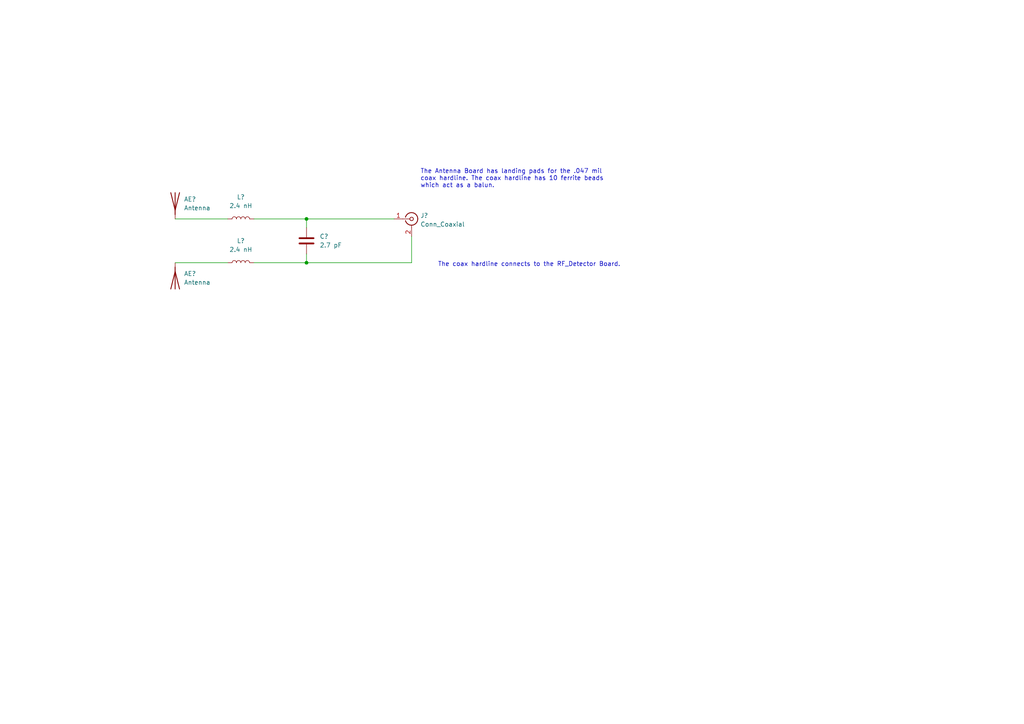
<source format=kicad_sch>
(kicad_sch (version 20211123) (generator eeschema)
  (paper "A4")
  (lib_symbols
    (symbol "Connector:Conn_Coaxial" (pin_names (offset 1.016) hide)
      (property "Reference" "J" (at 0.254 3.048 0))
      (property "Value" "Conn_Coaxial" (at 2.921 0 90))
      (symbol "Conn_Coaxial_0_1"
        (arc (start -1.778 -0.508) (mid 0.2311 -1.8066) (end 1.778 0) (stroke (width 0.254)))
        (polyline (pts (xy -2.54 0) (xy -0.508 0)))
        (polyline (pts (xy 0 -2.54) (xy 0 -1.778)))
        (circle (center 0 0) (radius 0.508) (stroke (width 0.2032)))
        (arc (start 1.778 0) (mid 0.2099 1.8101) (end -1.778 0.508) (stroke (width 0.254)))
      )
      (symbol "Conn_Coaxial_1_1"
        (pin passive line (at -5.08 0 0) (length 2.54) (name "In") (number "1"))
        (pin passive line (at 0 -5.08 90) (length 2.54) (name "Ext") (number "2"))
      )
    )
    (symbol "Device:Antenna" (pin_numbers hide) (pin_names (offset 1.016) hide)
      (property "Reference" "AE" (at -1.905 1.905 0))
      (property "Value" "Antenna" (at -1.905 0 0))
      (symbol "Antenna_0_1"
        (polyline (pts (xy 0 2.54) (xy 0 -3.81)) (stroke (width 0.254)))
        (polyline (pts (xy 1.27 2.54) (xy 0 -2.54) (xy -1.27 2.54)) (stroke (width 0.254)))
      )
      (symbol "Antenna_1_1"
        (pin input line (at 0 -5.08 90) (length 2.54) (name "A") (number "1"))
      )
    )
    (symbol "Device:C" (pin_numbers hide) (pin_names (offset 0.254))
      (property "Reference" "C" (at 0.635 2.54 0))
      (property "Value" "C" (at 0.635 -2.54 0))
      (symbol "C_0_1"
        (polyline (pts (xy -2.032 -0.762) (xy 2.032 -0.762)) (stroke (width 0.508)))
        (polyline (pts (xy -2.032 0.762) (xy 2.032 0.762)) (stroke (width 0.508)))
      )
      (symbol "C_1_1"
        (pin passive line (at 0 3.81 270) (length 2.794) (name "~") (number "1"))
        (pin passive line (at 0 -3.81 90) (length 2.794) (name "~") (number "2"))
      )
    )
    (symbol "Device:L" (pin_numbers hide) (pin_names (offset 1.016) hide)
      (property "Reference" "L" (at -1.27 0 90))
      (property "Value" "L" (at 1.905 0 90))
      (symbol "L_0_1"
        (arc (start 0 -2.54) (mid 0.635 -1.905) (end 0 -1.27))
        (arc (start 0 -1.27) (mid 0.635 -0.635) (end 0 0))
        (arc (start 0 0) (mid 0.635 0.635) (end 0 1.27))
        (arc (start 0 1.27) (mid 0.635 1.905) (end 0 2.54))
      )
      (symbol "L_1_1"
        (pin passive line (at 0 3.81 270) (length 1.27) (name "1") (number "1"))
        (pin passive line (at 0 -3.81 90) (length 1.27) (name "2") (number "2"))
      )
    )
  )
  (junction (at 88.9 76.2))
  (junction (at 88.9 63.5))
  (wire (pts (xy 50.8 76.2) (xy 66.04 76.2)))
  (wire (pts (xy 73.66 63.5) (xy 88.9 63.5)))
  (wire (pts (xy 88.9 63.5) (xy 88.9 66.04)))
  (wire (pts (xy 88.9 73.66) (xy 88.9 76.2)))
  (wire (pts (xy 88.9 63.5) (xy 114.3 63.5)))
  (wire (pts (xy 119.38 68.58) (xy 119.38 76.2)))
  (wire (pts (xy 73.66 76.2) (xy 88.9 76.2)))
  (wire (pts (xy 50.8 63.5) (xy 66.04 63.5)))
  (wire (pts (xy 88.9 76.2) (xy 119.38 76.2)))
  (text "The Antenna Board has landing pads for the .047 mil \ncoax hardline. The coax hardline has 10 ferrite beads \nwhich act as a balun.  \n" (at 121.92 54.61 0) (effects (font (size 1.27 1.27)) (justify left bottom)))
  (text "The coax hardline connects to the RF_Detector Board.\n" (at 127 77.47 0) (effects (font (size 1.27 1.27)) (justify left bottom)))
  (symbol (lib_id "Connector:Conn_Coaxial") (at 119.38 63.5 0) (unit 1)
    (property "Reference" "J?" (at 121.92 62.5231 0) (effects (justify left)))
    (property "Value" "Conn_Coaxial" (at 121.92 65.0631 0) (effects (justify left)))
    (property "Datasheet" " ~" (effects hide))
  )
  (symbol (lib_id "Device:L") (at 69.85 76.2 90) (unit 1)
    (property "Reference" "L?" (at 69.85 69.85 90))
    (property "Value" "2.4 nH" (at 69.85 72.39 90))
  )
  (symbol (lib_id "Device:Antenna") (at 50.8 81.28 180) (unit 1)
    (property "Reference" "AE?" (at 53.34 79.3749 0) (effects (justify right)))
    (property "Value" "Antenna" (at 53.34 81.9149 0) (effects (justify right)))
  )
  (symbol (lib_id "Device:Antenna") (at 50.8 58.42 0) (unit 1)
    (property "Reference" "AE?" (at 53.34 57.7849 0) (effects (justify left)))
    (property "Value" "Antenna" (at 53.34 60.3249 0) (effects (justify left)))
  )
  (symbol (lib_id "Device:L") (at 69.85 63.5 90) (unit 1)
    (property "Reference" "L?" (at 69.85 57.15 90))
    (property "Value" "2.4 nH" (at 69.85 59.69 90))
  )
  (symbol (lib_id "Device:C") (at 88.9 69.85 0) (unit 1)
    (property "Reference" "C?" (at 92.71 68.5799 0) (effects (justify left)))
    (property "Value" "2.7 pF" (at 92.71 71.1199 0) (effects (justify left)))
  )
)
</source>
